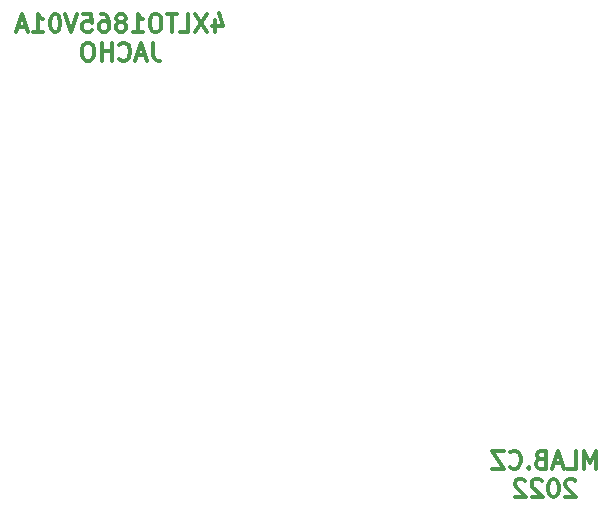
<source format=gbr>
%TF.GenerationSoftware,KiCad,Pcbnew,6.0.4-6f826c9f35~116~ubuntu20.04.1*%
%TF.CreationDate,2022-08-05T11:30:18+00:00*%
%TF.ProjectId,4XLTO1865V01A,34584c54-4f31-4383-9635-563031412e6b,rev?*%
%TF.SameCoordinates,Original*%
%TF.FileFunction,Legend,Bot*%
%TF.FilePolarity,Positive*%
%FSLAX46Y46*%
G04 Gerber Fmt 4.6, Leading zero omitted, Abs format (unit mm)*
G04 Created by KiCad (PCBNEW 6.0.4-6f826c9f35~116~ubuntu20.04.1) date 2022-08-05 11:30:18*
%MOMM*%
%LPD*%
G01*
G04 APERTURE LIST*
%ADD10C,0.300000*%
G04 APERTURE END LIST*
D10*
X27014285Y46994929D02*
X27014285Y45994929D01*
X27371428Y47566358D02*
X27728571Y46494929D01*
X26800000Y46494929D01*
X26371428Y47494929D02*
X25371428Y45994929D01*
X25371428Y47494929D02*
X26371428Y45994929D01*
X24085714Y45994929D02*
X24800000Y45994929D01*
X24800000Y47494929D01*
X23800000Y47494929D02*
X22942857Y47494929D01*
X23371428Y45994929D02*
X23371428Y47494929D01*
X22157142Y47494929D02*
X21871428Y47494929D01*
X21728571Y47423500D01*
X21585714Y47280643D01*
X21514285Y46994929D01*
X21514285Y46494929D01*
X21585714Y46209215D01*
X21728571Y46066358D01*
X21871428Y45994929D01*
X22157142Y45994929D01*
X22300000Y46066358D01*
X22442857Y46209215D01*
X22514285Y46494929D01*
X22514285Y46994929D01*
X22442857Y47280643D01*
X22300000Y47423500D01*
X22157142Y47494929D01*
X20085714Y45994929D02*
X20942857Y45994929D01*
X20514285Y45994929D02*
X20514285Y47494929D01*
X20657142Y47280643D01*
X20800000Y47137786D01*
X20942857Y47066358D01*
X19228571Y46852072D02*
X19371428Y46923500D01*
X19442857Y46994929D01*
X19514285Y47137786D01*
X19514285Y47209215D01*
X19442857Y47352072D01*
X19371428Y47423500D01*
X19228571Y47494929D01*
X18942857Y47494929D01*
X18800000Y47423500D01*
X18728571Y47352072D01*
X18657142Y47209215D01*
X18657142Y47137786D01*
X18728571Y46994929D01*
X18800000Y46923500D01*
X18942857Y46852072D01*
X19228571Y46852072D01*
X19371428Y46780643D01*
X19442857Y46709215D01*
X19514285Y46566358D01*
X19514285Y46280643D01*
X19442857Y46137786D01*
X19371428Y46066358D01*
X19228571Y45994929D01*
X18942857Y45994929D01*
X18800000Y46066358D01*
X18728571Y46137786D01*
X18657142Y46280643D01*
X18657142Y46566358D01*
X18728571Y46709215D01*
X18800000Y46780643D01*
X18942857Y46852072D01*
X17371428Y47494929D02*
X17657142Y47494929D01*
X17800000Y47423500D01*
X17871428Y47352072D01*
X18014285Y47137786D01*
X18085714Y46852072D01*
X18085714Y46280643D01*
X18014285Y46137786D01*
X17942857Y46066358D01*
X17800000Y45994929D01*
X17514285Y45994929D01*
X17371428Y46066358D01*
X17300000Y46137786D01*
X17228571Y46280643D01*
X17228571Y46637786D01*
X17300000Y46780643D01*
X17371428Y46852072D01*
X17514285Y46923500D01*
X17800000Y46923500D01*
X17942857Y46852072D01*
X18014285Y46780643D01*
X18085714Y46637786D01*
X15871428Y47494929D02*
X16585714Y47494929D01*
X16657142Y46780643D01*
X16585714Y46852072D01*
X16442857Y46923500D01*
X16085714Y46923500D01*
X15942857Y46852072D01*
X15871428Y46780643D01*
X15800000Y46637786D01*
X15800000Y46280643D01*
X15871428Y46137786D01*
X15942857Y46066358D01*
X16085714Y45994929D01*
X16442857Y45994929D01*
X16585714Y46066358D01*
X16657142Y46137786D01*
X15371428Y47494929D02*
X14871428Y45994929D01*
X14371428Y47494929D01*
X13585714Y47494929D02*
X13442857Y47494929D01*
X13300000Y47423500D01*
X13228571Y47352072D01*
X13157142Y47209215D01*
X13085714Y46923500D01*
X13085714Y46566358D01*
X13157142Y46280643D01*
X13228571Y46137786D01*
X13300000Y46066358D01*
X13442857Y45994929D01*
X13585714Y45994929D01*
X13728571Y46066358D01*
X13800000Y46137786D01*
X13871428Y46280643D01*
X13942857Y46566358D01*
X13942857Y46923500D01*
X13871428Y47209215D01*
X13800000Y47352072D01*
X13728571Y47423500D01*
X13585714Y47494929D01*
X11657142Y45994929D02*
X12514285Y45994929D01*
X12085714Y45994929D02*
X12085714Y47494929D01*
X12228571Y47280643D01*
X12371428Y47137786D01*
X12514285Y47066358D01*
X11085714Y46423500D02*
X10371428Y46423500D01*
X11228571Y45994929D02*
X10728571Y47494929D01*
X10228571Y45994929D01*
X21800000Y45079929D02*
X21800000Y44008500D01*
X21871428Y43794215D01*
X22014285Y43651358D01*
X22228571Y43579929D01*
X22371428Y43579929D01*
X21157142Y44008500D02*
X20442857Y44008500D01*
X21300000Y43579929D02*
X20800000Y45079929D01*
X20300000Y43579929D01*
X18942857Y43722786D02*
X19014285Y43651358D01*
X19228571Y43579929D01*
X19371428Y43579929D01*
X19585714Y43651358D01*
X19728571Y43794215D01*
X19800000Y43937072D01*
X19871428Y44222786D01*
X19871428Y44437072D01*
X19800000Y44722786D01*
X19728571Y44865643D01*
X19585714Y45008500D01*
X19371428Y45079929D01*
X19228571Y45079929D01*
X19014285Y45008500D01*
X18942857Y44937072D01*
X18300000Y43579929D02*
X18300000Y45079929D01*
X18300000Y44365643D02*
X17442857Y44365643D01*
X17442857Y43579929D02*
X17442857Y45079929D01*
X16442857Y45079929D02*
X16157142Y45079929D01*
X16014285Y45008500D01*
X15871428Y44865643D01*
X15800000Y44579929D01*
X15800000Y44079929D01*
X15871428Y43794215D01*
X16014285Y43651358D01*
X16157142Y43579929D01*
X16442857Y43579929D01*
X16585714Y43651358D01*
X16728571Y43794215D01*
X16800000Y44079929D01*
X16800000Y44579929D01*
X16728571Y44865643D01*
X16585714Y45008500D01*
X16442857Y45079929D01*
X59312428Y9037929D02*
X59312428Y10537929D01*
X58812428Y9466500D01*
X58312428Y10537929D01*
X58312428Y9037929D01*
X56883857Y9037929D02*
X57598142Y9037929D01*
X57598142Y10537929D01*
X56455285Y9466500D02*
X55741000Y9466500D01*
X56598142Y9037929D02*
X56098142Y10537929D01*
X55598142Y9037929D01*
X54598142Y9823643D02*
X54383857Y9752215D01*
X54312428Y9680786D01*
X54241000Y9537929D01*
X54241000Y9323643D01*
X54312428Y9180786D01*
X54383857Y9109358D01*
X54526714Y9037929D01*
X55098142Y9037929D01*
X55098142Y10537929D01*
X54598142Y10537929D01*
X54455285Y10466500D01*
X54383857Y10395072D01*
X54312428Y10252215D01*
X54312428Y10109358D01*
X54383857Y9966500D01*
X54455285Y9895072D01*
X54598142Y9823643D01*
X55098142Y9823643D01*
X53598142Y9180786D02*
X53526714Y9109358D01*
X53598142Y9037929D01*
X53669571Y9109358D01*
X53598142Y9180786D01*
X53598142Y9037929D01*
X52026714Y9180786D02*
X52098142Y9109358D01*
X52312428Y9037929D01*
X52455285Y9037929D01*
X52669571Y9109358D01*
X52812428Y9252215D01*
X52883857Y9395072D01*
X52955285Y9680786D01*
X52955285Y9895072D01*
X52883857Y10180786D01*
X52812428Y10323643D01*
X52669571Y10466500D01*
X52455285Y10537929D01*
X52312428Y10537929D01*
X52098142Y10466500D01*
X52026714Y10395072D01*
X51526714Y10537929D02*
X50526714Y10537929D01*
X51526714Y9037929D01*
X50526714Y9037929D01*
X57562428Y7980072D02*
X57491000Y8051500D01*
X57348142Y8122929D01*
X56991000Y8122929D01*
X56848142Y8051500D01*
X56776714Y7980072D01*
X56705285Y7837215D01*
X56705285Y7694358D01*
X56776714Y7480072D01*
X57633857Y6622929D01*
X56705285Y6622929D01*
X55776714Y8122929D02*
X55633857Y8122929D01*
X55491000Y8051500D01*
X55419571Y7980072D01*
X55348142Y7837215D01*
X55276714Y7551500D01*
X55276714Y7194358D01*
X55348142Y6908643D01*
X55419571Y6765786D01*
X55491000Y6694358D01*
X55633857Y6622929D01*
X55776714Y6622929D01*
X55919571Y6694358D01*
X55991000Y6765786D01*
X56062428Y6908643D01*
X56133857Y7194358D01*
X56133857Y7551500D01*
X56062428Y7837215D01*
X55991000Y7980072D01*
X55919571Y8051500D01*
X55776714Y8122929D01*
X54705285Y7980072D02*
X54633857Y8051500D01*
X54491000Y8122929D01*
X54133857Y8122929D01*
X53991000Y8051500D01*
X53919571Y7980072D01*
X53848142Y7837215D01*
X53848142Y7694358D01*
X53919571Y7480072D01*
X54776714Y6622929D01*
X53848142Y6622929D01*
X53276714Y7980072D02*
X53205285Y8051500D01*
X53062428Y8122929D01*
X52705285Y8122929D01*
X52562428Y8051500D01*
X52491000Y7980072D01*
X52419571Y7837215D01*
X52419571Y7694358D01*
X52491000Y7480072D01*
X53348142Y6622929D01*
X52419571Y6622929D01*
M02*

</source>
